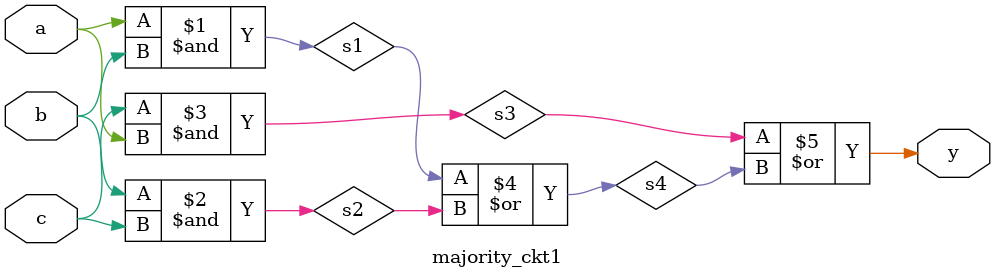
<source format=v>

module majority_ckt1(input a,b,c,output y);
wire s1,s2,s3,s4;    
assign s1=a&b;
assign s2=b&c;
assign s3=c&a;
assign s4=s1|s2;
assign y=s3|s4;         
endmodule 

</source>
